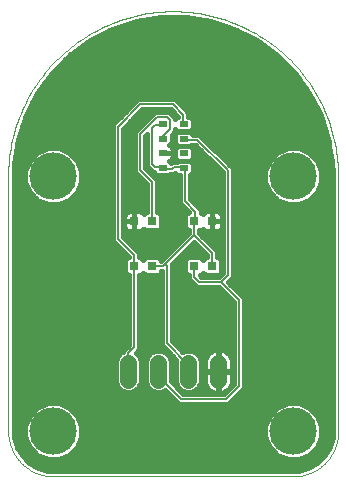
<source format=gtl>
G75*
%MOIN*%
%OFA0B0*%
%FSLAX25Y25*%
%IPPOS*%
%LPD*%
%AMOC8*
5,1,8,0,0,1.08239X$1,22.5*
%
%ADD10R,0.03150X0.01969*%
%ADD11C,0.05543*%
%ADD12C,0.00000*%
%ADD13C,0.15811*%
%ADD14R,0.03150X0.03150*%
%ADD15C,0.00600*%
%ADD16C,0.01600*%
%ADD17C,0.02400*%
D10*
X0058257Y0121722D03*
X0058257Y0126644D03*
X0058257Y0131565D03*
X0058257Y0136486D03*
X0065343Y0136486D03*
X0065343Y0131565D03*
X0065343Y0126644D03*
X0065343Y0121722D03*
D11*
X0066800Y0056778D02*
X0066800Y0051234D01*
X0076800Y0051234D02*
X0076800Y0056778D01*
X0056800Y0056778D02*
X0056800Y0051234D01*
X0046800Y0051234D02*
X0046800Y0056778D01*
D12*
X0021800Y0019006D02*
X0021438Y0019010D01*
X0021075Y0019024D01*
X0020713Y0019045D01*
X0020352Y0019076D01*
X0019992Y0019115D01*
X0019633Y0019163D01*
X0019275Y0019220D01*
X0018918Y0019285D01*
X0018563Y0019359D01*
X0018210Y0019442D01*
X0017859Y0019533D01*
X0017511Y0019632D01*
X0017165Y0019740D01*
X0016821Y0019856D01*
X0016481Y0019981D01*
X0016144Y0020113D01*
X0015810Y0020254D01*
X0015479Y0020403D01*
X0015152Y0020560D01*
X0014829Y0020724D01*
X0014510Y0020896D01*
X0014196Y0021076D01*
X0013885Y0021264D01*
X0013580Y0021459D01*
X0013279Y0021661D01*
X0012983Y0021871D01*
X0012693Y0022087D01*
X0012407Y0022311D01*
X0012127Y0022541D01*
X0011853Y0022778D01*
X0011585Y0023022D01*
X0011322Y0023272D01*
X0011066Y0023528D01*
X0010816Y0023791D01*
X0010572Y0024059D01*
X0010335Y0024333D01*
X0010105Y0024613D01*
X0009881Y0024899D01*
X0009665Y0025189D01*
X0009455Y0025485D01*
X0009253Y0025786D01*
X0009058Y0026091D01*
X0008870Y0026402D01*
X0008690Y0026716D01*
X0008518Y0027035D01*
X0008354Y0027358D01*
X0008197Y0027685D01*
X0008048Y0028016D01*
X0007907Y0028350D01*
X0007775Y0028687D01*
X0007650Y0029027D01*
X0007534Y0029371D01*
X0007426Y0029717D01*
X0007327Y0030065D01*
X0007236Y0030416D01*
X0007153Y0030769D01*
X0007079Y0031124D01*
X0007014Y0031481D01*
X0006957Y0031839D01*
X0006909Y0032198D01*
X0006870Y0032558D01*
X0006839Y0032919D01*
X0006818Y0033281D01*
X0006804Y0033644D01*
X0006800Y0034006D01*
X0006800Y0119006D01*
X0006816Y0120345D01*
X0006865Y0121684D01*
X0006947Y0123021D01*
X0007061Y0124355D01*
X0007207Y0125687D01*
X0007386Y0127014D01*
X0007597Y0128337D01*
X0007841Y0129654D01*
X0008116Y0130965D01*
X0008423Y0132268D01*
X0008762Y0133564D01*
X0009132Y0134851D01*
X0009533Y0136129D01*
X0009966Y0137397D01*
X0010429Y0138654D01*
X0010923Y0139899D01*
X0011447Y0141132D01*
X0012000Y0142351D01*
X0012584Y0143557D01*
X0013196Y0144748D01*
X0013837Y0145924D01*
X0014507Y0147084D01*
X0015205Y0148227D01*
X0015930Y0149353D01*
X0016683Y0150461D01*
X0017462Y0151551D01*
X0018268Y0152621D01*
X0019099Y0153671D01*
X0019956Y0154700D01*
X0020838Y0155709D01*
X0021743Y0156695D01*
X0022673Y0157659D01*
X0023626Y0158601D01*
X0024601Y0159519D01*
X0025599Y0160412D01*
X0026618Y0161282D01*
X0027658Y0162126D01*
X0028718Y0162944D01*
X0029798Y0163737D01*
X0030896Y0164503D01*
X0032014Y0165242D01*
X0033148Y0165954D01*
X0034300Y0166637D01*
X0035468Y0167293D01*
X0036652Y0167920D01*
X0037850Y0168518D01*
X0039063Y0169086D01*
X0040289Y0169625D01*
X0041528Y0170134D01*
X0042779Y0170612D01*
X0044042Y0171060D01*
X0045314Y0171477D01*
X0046597Y0171863D01*
X0047889Y0172218D01*
X0049189Y0172541D01*
X0050496Y0172832D01*
X0051810Y0173091D01*
X0053130Y0173318D01*
X0054455Y0173513D01*
X0055785Y0173676D01*
X0057118Y0173806D01*
X0058453Y0173904D01*
X0059791Y0173969D01*
X0061130Y0174002D01*
X0062470Y0174002D01*
X0063809Y0173969D01*
X0065147Y0173904D01*
X0066482Y0173806D01*
X0067815Y0173676D01*
X0069145Y0173513D01*
X0070470Y0173318D01*
X0071790Y0173091D01*
X0073104Y0172832D01*
X0074411Y0172541D01*
X0075711Y0172218D01*
X0077003Y0171863D01*
X0078286Y0171477D01*
X0079558Y0171060D01*
X0080821Y0170612D01*
X0082072Y0170134D01*
X0083311Y0169625D01*
X0084537Y0169086D01*
X0085750Y0168518D01*
X0086948Y0167920D01*
X0088132Y0167293D01*
X0089300Y0166637D01*
X0090452Y0165954D01*
X0091586Y0165242D01*
X0092704Y0164503D01*
X0093802Y0163737D01*
X0094882Y0162944D01*
X0095942Y0162126D01*
X0096982Y0161282D01*
X0098001Y0160412D01*
X0098999Y0159519D01*
X0099974Y0158601D01*
X0100927Y0157659D01*
X0101857Y0156695D01*
X0102762Y0155709D01*
X0103644Y0154700D01*
X0104501Y0153671D01*
X0105332Y0152621D01*
X0106138Y0151551D01*
X0106917Y0150461D01*
X0107670Y0149353D01*
X0108395Y0148227D01*
X0109093Y0147084D01*
X0109763Y0145924D01*
X0110404Y0144748D01*
X0111016Y0143557D01*
X0111600Y0142351D01*
X0112153Y0141132D01*
X0112677Y0139899D01*
X0113171Y0138654D01*
X0113634Y0137397D01*
X0114067Y0136129D01*
X0114468Y0134851D01*
X0114838Y0133564D01*
X0115177Y0132268D01*
X0115484Y0130965D01*
X0115759Y0129654D01*
X0116003Y0128337D01*
X0116214Y0127014D01*
X0116393Y0125687D01*
X0116539Y0124355D01*
X0116653Y0123021D01*
X0116735Y0121684D01*
X0116784Y0120345D01*
X0116800Y0119006D01*
X0116800Y0034006D01*
X0116796Y0033644D01*
X0116782Y0033281D01*
X0116761Y0032919D01*
X0116730Y0032558D01*
X0116691Y0032198D01*
X0116643Y0031839D01*
X0116586Y0031481D01*
X0116521Y0031124D01*
X0116447Y0030769D01*
X0116364Y0030416D01*
X0116273Y0030065D01*
X0116174Y0029717D01*
X0116066Y0029371D01*
X0115950Y0029027D01*
X0115825Y0028687D01*
X0115693Y0028350D01*
X0115552Y0028016D01*
X0115403Y0027685D01*
X0115246Y0027358D01*
X0115082Y0027035D01*
X0114910Y0026716D01*
X0114730Y0026402D01*
X0114542Y0026091D01*
X0114347Y0025786D01*
X0114145Y0025485D01*
X0113935Y0025189D01*
X0113719Y0024899D01*
X0113495Y0024613D01*
X0113265Y0024333D01*
X0113028Y0024059D01*
X0112784Y0023791D01*
X0112534Y0023528D01*
X0112278Y0023272D01*
X0112015Y0023022D01*
X0111747Y0022778D01*
X0111473Y0022541D01*
X0111193Y0022311D01*
X0110907Y0022087D01*
X0110617Y0021871D01*
X0110321Y0021661D01*
X0110020Y0021459D01*
X0109715Y0021264D01*
X0109404Y0021076D01*
X0109090Y0020896D01*
X0108771Y0020724D01*
X0108448Y0020560D01*
X0108121Y0020403D01*
X0107790Y0020254D01*
X0107456Y0020113D01*
X0107119Y0019981D01*
X0106779Y0019856D01*
X0106435Y0019740D01*
X0106089Y0019632D01*
X0105741Y0019533D01*
X0105390Y0019442D01*
X0105037Y0019359D01*
X0104682Y0019285D01*
X0104325Y0019220D01*
X0103967Y0019163D01*
X0103608Y0019115D01*
X0103248Y0019076D01*
X0102887Y0019045D01*
X0102525Y0019024D01*
X0102162Y0019010D01*
X0101800Y0019006D01*
X0021800Y0019006D01*
D13*
X0021800Y0034006D03*
X0021800Y0119006D03*
X0101800Y0119006D03*
X0101800Y0034006D03*
D14*
X0074753Y0089006D03*
X0068847Y0089006D03*
X0068847Y0104006D03*
X0074753Y0104006D03*
X0054753Y0104006D03*
X0048847Y0104006D03*
X0048847Y0089006D03*
X0054753Y0089006D03*
D15*
X0054800Y0089206D01*
X0058400Y0089206D01*
X0059000Y0089806D01*
X0059600Y0089206D01*
X0059600Y0063406D01*
X0066800Y0056206D01*
X0066800Y0054006D01*
X0064400Y0044806D02*
X0079400Y0044806D01*
X0083600Y0049006D01*
X0083600Y0077806D01*
X0077600Y0083806D01*
X0070400Y0083806D01*
X0068600Y0085606D01*
X0068600Y0088606D01*
X0068847Y0089006D01*
X0074600Y0089206D02*
X0074753Y0089006D01*
X0074600Y0089206D02*
X0074600Y0093406D01*
X0068600Y0099406D01*
X0068600Y0103606D01*
X0068847Y0104006D01*
X0069200Y0104206D01*
X0069200Y0107206D01*
X0065600Y0110806D01*
X0065600Y0121606D01*
X0065343Y0121722D01*
X0065000Y0122206D01*
X0062000Y0122206D01*
X0061400Y0121606D01*
X0058400Y0121606D01*
X0058257Y0121722D01*
X0057800Y0122006D01*
X0055800Y0122006D01*
X0054800Y0123006D01*
X0054800Y0135006D01*
X0055800Y0136006D01*
X0056800Y0136006D01*
X0057600Y0136606D01*
X0057800Y0136606D01*
X0058257Y0136486D01*
X0059800Y0138806D02*
X0060800Y0137806D01*
X0060800Y0134806D01*
X0058400Y0132406D01*
X0059000Y0131806D01*
X0058400Y0131206D01*
X0058257Y0131565D01*
X0059800Y0138806D02*
X0056400Y0138806D01*
X0050800Y0133206D01*
X0050800Y0121006D01*
X0054800Y0117006D01*
X0054800Y0104206D01*
X0054753Y0104006D01*
X0048800Y0092806D02*
X0048800Y0089206D01*
X0048847Y0089006D01*
X0048800Y0088606D01*
X0048800Y0062006D01*
X0046800Y0060006D01*
X0046800Y0054006D01*
X0056800Y0054006D02*
X0057200Y0053806D01*
X0057200Y0052006D01*
X0064400Y0044806D01*
X0077600Y0083806D02*
X0080000Y0086206D01*
X0080000Y0121006D01*
X0069800Y0131206D01*
X0065600Y0131206D01*
X0065343Y0131565D01*
X0065343Y0136486D02*
X0065000Y0136606D01*
X0065000Y0139606D01*
X0061600Y0143006D01*
X0050800Y0143006D01*
X0043400Y0135606D01*
X0043400Y0098206D01*
X0048800Y0092806D01*
X0059000Y0089806D02*
X0068600Y0099406D01*
D16*
X0011328Y0025970D02*
X0013764Y0023534D01*
X0016749Y0021811D01*
X0016749Y0021811D01*
X0020077Y0020919D01*
X0021800Y0020806D01*
X0101800Y0020806D01*
X0103523Y0020919D01*
X0106851Y0021811D01*
X0109836Y0023534D01*
X0112272Y0025970D01*
X0113995Y0028954D01*
X0114887Y0032283D01*
X0115000Y0034006D01*
X0115000Y0119006D01*
X0114836Y0123180D01*
X0113530Y0131425D01*
X0110950Y0139365D01*
X0107160Y0146803D01*
X0102254Y0153557D01*
X0096351Y0159459D01*
X0089597Y0164366D01*
X0082159Y0168156D01*
X0074219Y0170736D01*
X0065974Y0172042D01*
X0057626Y0172042D01*
X0049381Y0170736D01*
X0041441Y0168156D01*
X0034003Y0164366D01*
X0027249Y0159459D01*
X0021346Y0153557D01*
X0016440Y0146803D01*
X0012650Y0139365D01*
X0010070Y0131425D01*
X0008764Y0123180D01*
X0008600Y0119006D01*
X0008600Y0034006D01*
X0008713Y0032283D01*
X0009605Y0028954D01*
X0011328Y0025970D01*
X0011898Y0025400D02*
X0018260Y0025400D01*
X0019949Y0024700D02*
X0016529Y0026117D01*
X0013911Y0028735D01*
X0012494Y0032155D01*
X0012494Y0035857D01*
X0013911Y0039277D01*
X0016529Y0041895D01*
X0019949Y0043311D01*
X0023651Y0043311D01*
X0027071Y0041895D01*
X0029689Y0039277D01*
X0031105Y0035857D01*
X0031105Y0032155D01*
X0029689Y0028735D01*
X0027071Y0026117D01*
X0023651Y0024700D01*
X0019949Y0024700D01*
X0016069Y0022203D02*
X0107531Y0022203D01*
X0105340Y0025400D02*
X0111702Y0025400D01*
X0112866Y0026998D02*
X0107953Y0026998D01*
X0107071Y0026117D02*
X0109689Y0028735D01*
X0111105Y0032155D01*
X0111105Y0035857D01*
X0109689Y0039277D01*
X0107071Y0041895D01*
X0103651Y0043311D01*
X0099949Y0043311D01*
X0096529Y0041895D01*
X0093911Y0039277D01*
X0092494Y0035857D01*
X0092494Y0032155D01*
X0093911Y0028735D01*
X0096529Y0026117D01*
X0099949Y0024700D01*
X0103651Y0024700D01*
X0107071Y0026117D01*
X0109551Y0028597D02*
X0113789Y0028597D01*
X0114328Y0030195D02*
X0110294Y0030195D01*
X0110956Y0031794D02*
X0114756Y0031794D01*
X0114960Y0033393D02*
X0111105Y0033393D01*
X0111105Y0034991D02*
X0115000Y0034991D01*
X0115000Y0036590D02*
X0110802Y0036590D01*
X0110140Y0038188D02*
X0115000Y0038188D01*
X0115000Y0039787D02*
X0109179Y0039787D01*
X0107581Y0041385D02*
X0115000Y0041385D01*
X0115000Y0042984D02*
X0104442Y0042984D01*
X0099158Y0042984D02*
X0024442Y0042984D01*
X0027581Y0041385D02*
X0096019Y0041385D01*
X0094421Y0039787D02*
X0029179Y0039787D01*
X0030140Y0038188D02*
X0093460Y0038188D01*
X0092798Y0036590D02*
X0030802Y0036590D01*
X0031105Y0034991D02*
X0092494Y0034991D01*
X0092494Y0033393D02*
X0031105Y0033393D01*
X0030956Y0031794D02*
X0092644Y0031794D01*
X0093306Y0030195D02*
X0030294Y0030195D01*
X0029551Y0028597D02*
X0094049Y0028597D01*
X0095647Y0026998D02*
X0027953Y0026998D01*
X0025340Y0025400D02*
X0098260Y0025400D01*
X0110103Y0023801D02*
X0013497Y0023801D01*
X0015647Y0026998D02*
X0010734Y0026998D01*
X0009811Y0028597D02*
X0014049Y0028597D01*
X0013306Y0030195D02*
X0009272Y0030195D01*
X0008844Y0031794D02*
X0012644Y0031794D01*
X0012494Y0033393D02*
X0008640Y0033393D01*
X0008600Y0034991D02*
X0012494Y0034991D01*
X0012798Y0036590D02*
X0008600Y0036590D01*
X0008600Y0038188D02*
X0013460Y0038188D01*
X0014421Y0039787D02*
X0008600Y0039787D01*
X0008600Y0041385D02*
X0016019Y0041385D01*
X0019158Y0042984D02*
X0008600Y0042984D01*
X0008600Y0044582D02*
X0062220Y0044582D01*
X0062700Y0044102D02*
X0063696Y0043106D01*
X0080104Y0043106D01*
X0081100Y0044102D01*
X0084304Y0047306D01*
X0084304Y0047306D01*
X0085300Y0048302D01*
X0085300Y0078510D01*
X0080004Y0083806D01*
X0081700Y0085502D01*
X0081700Y0121710D01*
X0080704Y0122706D01*
X0070504Y0132906D01*
X0068318Y0132906D01*
X0068318Y0133129D01*
X0067498Y0133949D01*
X0063189Y0133949D01*
X0062369Y0133129D01*
X0062369Y0130001D01*
X0063189Y0129181D01*
X0067498Y0129181D01*
X0067823Y0129506D01*
X0069096Y0129506D01*
X0078300Y0120302D01*
X0078300Y0086910D01*
X0076896Y0085506D01*
X0071104Y0085506D01*
X0070579Y0086031D01*
X0071002Y0086031D01*
X0071800Y0086829D01*
X0072598Y0086031D01*
X0076907Y0086031D01*
X0077728Y0086851D01*
X0077728Y0091161D01*
X0076907Y0091981D01*
X0076300Y0091981D01*
X0076300Y0094110D01*
X0070300Y0100110D01*
X0070300Y0101031D01*
X0071002Y0101031D01*
X0071576Y0101605D01*
X0071738Y0101326D01*
X0072073Y0100991D01*
X0072483Y0100754D01*
X0072941Y0100631D01*
X0074753Y0100631D01*
X0076565Y0100631D01*
X0077022Y0100754D01*
X0077433Y0100991D01*
X0077768Y0101326D01*
X0078005Y0101736D01*
X0078128Y0102194D01*
X0078128Y0104006D01*
X0078128Y0105818D01*
X0078005Y0106275D01*
X0077768Y0106686D01*
X0077433Y0107021D01*
X0077022Y0107258D01*
X0076565Y0107381D01*
X0074753Y0107381D01*
X0074753Y0104006D01*
X0078128Y0104006D01*
X0074753Y0104006D01*
X0074753Y0104006D01*
X0074753Y0104006D01*
X0074753Y0100631D01*
X0074753Y0104006D01*
X0074753Y0104006D01*
X0074753Y0107381D01*
X0072941Y0107381D01*
X0072483Y0107258D01*
X0072073Y0107021D01*
X0071738Y0106686D01*
X0071576Y0106406D01*
X0071002Y0106981D01*
X0070900Y0106981D01*
X0070900Y0107910D01*
X0069904Y0108906D01*
X0067300Y0111510D01*
X0067300Y0119338D01*
X0067498Y0119338D01*
X0068318Y0120158D01*
X0068318Y0123287D01*
X0067498Y0124107D01*
X0063189Y0124107D01*
X0062988Y0123906D01*
X0061296Y0123906D01*
X0060954Y0123564D01*
X0060532Y0123986D01*
X0060937Y0124219D01*
X0061272Y0124554D01*
X0061509Y0124965D01*
X0061631Y0125422D01*
X0061631Y0126644D01*
X0061631Y0127865D01*
X0061509Y0128323D01*
X0061272Y0128733D01*
X0060937Y0129068D01*
X0060532Y0129302D01*
X0061231Y0130001D01*
X0061231Y0132833D01*
X0062500Y0134102D01*
X0062500Y0134791D01*
X0063189Y0134102D01*
X0067498Y0134102D01*
X0068318Y0134922D01*
X0068318Y0138050D01*
X0067498Y0138870D01*
X0066700Y0138870D01*
X0066700Y0140310D01*
X0063300Y0143710D01*
X0062304Y0144706D01*
X0050096Y0144706D01*
X0042696Y0137306D01*
X0041700Y0136310D01*
X0041700Y0097502D01*
X0047100Y0092102D01*
X0047100Y0091981D01*
X0046693Y0091981D01*
X0045872Y0091161D01*
X0045872Y0086851D01*
X0046693Y0086031D01*
X0047100Y0086031D01*
X0047100Y0062710D01*
X0046096Y0061706D01*
X0045100Y0060710D01*
X0045100Y0060589D01*
X0044437Y0060314D01*
X0043263Y0059141D01*
X0042628Y0057607D01*
X0042628Y0050404D01*
X0043263Y0048871D01*
X0044437Y0047698D01*
X0045970Y0047063D01*
X0047630Y0047063D01*
X0049163Y0047698D01*
X0050337Y0048871D01*
X0050972Y0050404D01*
X0050972Y0057607D01*
X0050337Y0059141D01*
X0049338Y0060139D01*
X0050500Y0061302D01*
X0050500Y0086031D01*
X0051002Y0086031D01*
X0051800Y0086829D01*
X0052598Y0086031D01*
X0056907Y0086031D01*
X0057728Y0086851D01*
X0057728Y0087506D01*
X0057900Y0087506D01*
X0057900Y0062702D01*
X0058896Y0061706D01*
X0062736Y0057866D01*
X0062628Y0057607D01*
X0062628Y0050404D01*
X0063263Y0048871D01*
X0064437Y0047698D01*
X0065970Y0047063D01*
X0067630Y0047063D01*
X0069163Y0047698D01*
X0070337Y0048871D01*
X0070972Y0050404D01*
X0070972Y0057607D01*
X0070337Y0059141D01*
X0069163Y0060314D01*
X0067630Y0060949D01*
X0065970Y0060949D01*
X0064903Y0060507D01*
X0061300Y0064110D01*
X0061300Y0089702D01*
X0068600Y0097002D01*
X0072900Y0092702D01*
X0072900Y0091981D01*
X0072598Y0091981D01*
X0071800Y0091183D01*
X0071002Y0091981D01*
X0066693Y0091981D01*
X0065872Y0091161D01*
X0065872Y0086851D01*
X0066693Y0086031D01*
X0066900Y0086031D01*
X0066900Y0084902D01*
X0067896Y0083906D01*
X0069696Y0082106D01*
X0076896Y0082106D01*
X0081900Y0077102D01*
X0081900Y0049710D01*
X0078696Y0046506D01*
X0065104Y0046506D01*
X0060972Y0050638D01*
X0060972Y0057607D01*
X0060337Y0059141D01*
X0059163Y0060314D01*
X0057630Y0060949D01*
X0055970Y0060949D01*
X0054437Y0060314D01*
X0053263Y0059141D01*
X0052628Y0057607D01*
X0052628Y0050404D01*
X0053263Y0048871D01*
X0054437Y0047698D01*
X0055970Y0047063D01*
X0057630Y0047063D01*
X0059121Y0047680D01*
X0062700Y0044102D01*
X0060621Y0046181D02*
X0008600Y0046181D01*
X0008600Y0047779D02*
X0044356Y0047779D01*
X0043054Y0049378D02*
X0008600Y0049378D01*
X0008600Y0050976D02*
X0042628Y0050976D01*
X0042628Y0052575D02*
X0008600Y0052575D01*
X0008600Y0054173D02*
X0042628Y0054173D01*
X0042628Y0055772D02*
X0008600Y0055772D01*
X0008600Y0057370D02*
X0042628Y0057370D01*
X0043192Y0058969D02*
X0008600Y0058969D01*
X0008600Y0060567D02*
X0045048Y0060567D01*
X0046556Y0062166D02*
X0008600Y0062166D01*
X0008600Y0063764D02*
X0047100Y0063764D01*
X0047100Y0065363D02*
X0008600Y0065363D01*
X0008600Y0066961D02*
X0047100Y0066961D01*
X0047100Y0068560D02*
X0008600Y0068560D01*
X0008600Y0070158D02*
X0047100Y0070158D01*
X0047100Y0071757D02*
X0008600Y0071757D01*
X0008600Y0073355D02*
X0047100Y0073355D01*
X0047100Y0074954D02*
X0008600Y0074954D01*
X0008600Y0076552D02*
X0047100Y0076552D01*
X0047100Y0078151D02*
X0008600Y0078151D01*
X0008600Y0079749D02*
X0047100Y0079749D01*
X0047100Y0081348D02*
X0008600Y0081348D01*
X0008600Y0082946D02*
X0047100Y0082946D01*
X0047100Y0084545D02*
X0008600Y0084545D01*
X0008600Y0086143D02*
X0046580Y0086143D01*
X0045872Y0087742D02*
X0008600Y0087742D01*
X0008600Y0089340D02*
X0045872Y0089340D01*
X0045872Y0090939D02*
X0008600Y0090939D01*
X0008600Y0092537D02*
X0046664Y0092537D01*
X0045066Y0094136D02*
X0008600Y0094136D01*
X0008600Y0095734D02*
X0043467Y0095734D01*
X0041869Y0097333D02*
X0008600Y0097333D01*
X0008600Y0098931D02*
X0041700Y0098931D01*
X0041700Y0100530D02*
X0008600Y0100530D01*
X0008600Y0102128D02*
X0041700Y0102128D01*
X0041700Y0103727D02*
X0008600Y0103727D01*
X0008600Y0105326D02*
X0041700Y0105326D01*
X0041700Y0106924D02*
X0008600Y0106924D01*
X0008600Y0108523D02*
X0041700Y0108523D01*
X0041700Y0110121D02*
X0024667Y0110121D01*
X0023651Y0109700D02*
X0027071Y0111117D01*
X0029689Y0113735D01*
X0031105Y0117155D01*
X0031105Y0120857D01*
X0029689Y0124277D01*
X0027071Y0126895D01*
X0023651Y0128311D01*
X0019949Y0128311D01*
X0016529Y0126895D01*
X0013911Y0124277D01*
X0012494Y0120857D01*
X0012494Y0117155D01*
X0013911Y0113735D01*
X0016529Y0111117D01*
X0019949Y0109700D01*
X0023651Y0109700D01*
X0027674Y0111720D02*
X0041700Y0111720D01*
X0041700Y0113318D02*
X0029272Y0113318D01*
X0030178Y0114917D02*
X0041700Y0114917D01*
X0041700Y0116515D02*
X0030840Y0116515D01*
X0031105Y0118114D02*
X0041700Y0118114D01*
X0041700Y0119712D02*
X0031105Y0119712D01*
X0030918Y0121311D02*
X0041700Y0121311D01*
X0041700Y0122909D02*
X0030255Y0122909D01*
X0029458Y0124508D02*
X0041700Y0124508D01*
X0041700Y0126106D02*
X0027860Y0126106D01*
X0025116Y0127705D02*
X0041700Y0127705D01*
X0041700Y0129303D02*
X0009734Y0129303D01*
X0009481Y0127705D02*
X0018484Y0127705D01*
X0015740Y0126106D02*
X0009227Y0126106D01*
X0008974Y0124508D02*
X0014142Y0124508D01*
X0013345Y0122909D02*
X0008753Y0122909D01*
X0008691Y0121311D02*
X0012682Y0121311D01*
X0012494Y0119712D02*
X0008628Y0119712D01*
X0008600Y0118114D02*
X0012494Y0118114D01*
X0012759Y0116515D02*
X0008600Y0116515D01*
X0008600Y0114917D02*
X0013422Y0114917D01*
X0014328Y0113318D02*
X0008600Y0113318D01*
X0008600Y0111720D02*
X0015926Y0111720D01*
X0018933Y0110121D02*
X0008600Y0110121D01*
X0009987Y0130902D02*
X0041700Y0130902D01*
X0041700Y0132500D02*
X0010419Y0132500D01*
X0010939Y0134099D02*
X0041700Y0134099D01*
X0041700Y0135697D02*
X0011458Y0135697D01*
X0011977Y0137296D02*
X0042686Y0137296D01*
X0044284Y0138894D02*
X0012497Y0138894D01*
X0013224Y0140493D02*
X0045883Y0140493D01*
X0047481Y0142091D02*
X0014039Y0142091D01*
X0014853Y0143690D02*
X0049080Y0143690D01*
X0051504Y0141306D02*
X0060896Y0141306D01*
X0063300Y0138902D01*
X0063300Y0138870D01*
X0063189Y0138870D01*
X0062500Y0138182D01*
X0062500Y0138510D01*
X0061504Y0139506D01*
X0060504Y0140506D01*
X0055696Y0140506D01*
X0054700Y0139510D01*
X0049100Y0133910D01*
X0049100Y0120302D01*
X0050096Y0119306D01*
X0053100Y0116302D01*
X0053100Y0106981D01*
X0052598Y0106981D01*
X0052024Y0106406D01*
X0051862Y0106686D01*
X0051527Y0107021D01*
X0051117Y0107258D01*
X0050659Y0107381D01*
X0048847Y0107381D01*
X0047035Y0107381D01*
X0046578Y0107258D01*
X0046167Y0107021D01*
X0045832Y0106686D01*
X0045595Y0106275D01*
X0045472Y0105818D01*
X0045472Y0104006D01*
X0048847Y0104006D01*
X0048847Y0104006D01*
X0048847Y0107381D01*
X0048847Y0104006D01*
X0048847Y0104006D01*
X0045472Y0104006D01*
X0045472Y0102194D01*
X0045595Y0101736D01*
X0045832Y0101326D01*
X0046167Y0100991D01*
X0046578Y0100754D01*
X0047035Y0100631D01*
X0048847Y0100631D01*
X0048847Y0104006D01*
X0048847Y0104006D01*
X0048847Y0100631D01*
X0050659Y0100631D01*
X0051117Y0100754D01*
X0051527Y0100991D01*
X0051862Y0101326D01*
X0052024Y0101605D01*
X0052598Y0101031D01*
X0056907Y0101031D01*
X0057728Y0101851D01*
X0057728Y0106161D01*
X0056907Y0106981D01*
X0056500Y0106981D01*
X0056500Y0117710D01*
X0052500Y0121710D01*
X0052500Y0132502D01*
X0053100Y0133102D01*
X0053100Y0122302D01*
X0054100Y0121302D01*
X0055096Y0120306D01*
X0055282Y0120306D01*
X0055282Y0120158D01*
X0056102Y0119338D01*
X0060411Y0119338D01*
X0060979Y0119906D01*
X0062104Y0119906D01*
X0062369Y0120170D01*
X0062369Y0120158D01*
X0063189Y0119338D01*
X0063900Y0119338D01*
X0063900Y0110102D01*
X0067021Y0106981D01*
X0066693Y0106981D01*
X0065872Y0106161D01*
X0065872Y0101851D01*
X0066693Y0101031D01*
X0066900Y0101031D01*
X0066900Y0100110D01*
X0058296Y0091506D01*
X0058296Y0091506D01*
X0057728Y0090938D01*
X0057728Y0091161D01*
X0056907Y0091981D01*
X0052598Y0091981D01*
X0051800Y0091183D01*
X0051002Y0091981D01*
X0050500Y0091981D01*
X0050500Y0093510D01*
X0049504Y0094506D01*
X0045100Y0098910D01*
X0045100Y0134902D01*
X0051504Y0141306D01*
X0050691Y0140493D02*
X0055683Y0140493D01*
X0054084Y0138894D02*
X0049093Y0138894D01*
X0047494Y0137296D02*
X0052486Y0137296D01*
X0050887Y0135697D02*
X0045895Y0135697D01*
X0045100Y0134099D02*
X0049289Y0134099D01*
X0049100Y0132500D02*
X0045100Y0132500D01*
X0045100Y0130902D02*
X0049100Y0130902D01*
X0049100Y0129303D02*
X0045100Y0129303D01*
X0045100Y0127705D02*
X0049100Y0127705D01*
X0049100Y0126106D02*
X0045100Y0126106D01*
X0045100Y0124508D02*
X0049100Y0124508D01*
X0049100Y0122909D02*
X0045100Y0122909D01*
X0045100Y0121311D02*
X0049100Y0121311D01*
X0049690Y0119712D02*
X0045100Y0119712D01*
X0045100Y0118114D02*
X0051288Y0118114D01*
X0050096Y0119306D02*
X0050096Y0119306D01*
X0052899Y0121311D02*
X0054091Y0121311D01*
X0054498Y0119712D02*
X0055728Y0119712D01*
X0056096Y0118114D02*
X0063900Y0118114D01*
X0063900Y0116515D02*
X0056500Y0116515D01*
X0056500Y0114917D02*
X0063900Y0114917D01*
X0063900Y0113318D02*
X0056500Y0113318D01*
X0056500Y0111720D02*
X0063900Y0111720D01*
X0063900Y0110121D02*
X0056500Y0110121D01*
X0056500Y0108523D02*
X0065479Y0108523D01*
X0066636Y0106924D02*
X0056964Y0106924D01*
X0057728Y0105326D02*
X0065872Y0105326D01*
X0065872Y0103727D02*
X0057728Y0103727D01*
X0057728Y0102128D02*
X0065872Y0102128D01*
X0066900Y0100530D02*
X0045100Y0100530D01*
X0045100Y0102128D02*
X0045490Y0102128D01*
X0045472Y0103727D02*
X0045100Y0103727D01*
X0045100Y0105326D02*
X0045472Y0105326D01*
X0045100Y0106924D02*
X0046070Y0106924D01*
X0045100Y0108523D02*
X0053100Y0108523D01*
X0053100Y0110121D02*
X0045100Y0110121D01*
X0045100Y0111720D02*
X0053100Y0111720D01*
X0053100Y0113318D02*
X0045100Y0113318D01*
X0045100Y0114917D02*
X0053100Y0114917D01*
X0052887Y0116515D02*
X0045100Y0116515D01*
X0048847Y0106924D02*
X0048847Y0106924D01*
X0048847Y0105326D02*
X0048847Y0105326D01*
X0048847Y0103727D02*
X0048847Y0103727D01*
X0048847Y0102128D02*
X0048847Y0102128D01*
X0045100Y0098931D02*
X0065721Y0098931D01*
X0064123Y0097333D02*
X0046677Y0097333D01*
X0048276Y0095734D02*
X0062524Y0095734D01*
X0060926Y0094136D02*
X0049874Y0094136D01*
X0050500Y0092537D02*
X0059327Y0092537D01*
X0057729Y0090939D02*
X0057728Y0090939D01*
X0061300Y0089340D02*
X0065872Y0089340D01*
X0065872Y0087742D02*
X0061300Y0087742D01*
X0061300Y0086143D02*
X0066580Y0086143D01*
X0067257Y0084545D02*
X0061300Y0084545D01*
X0061300Y0082946D02*
X0068855Y0082946D01*
X0071114Y0086143D02*
X0072486Y0086143D01*
X0077020Y0086143D02*
X0077533Y0086143D01*
X0077728Y0087742D02*
X0078300Y0087742D01*
X0078300Y0089340D02*
X0077728Y0089340D01*
X0077728Y0090939D02*
X0078300Y0090939D01*
X0078300Y0092537D02*
X0076300Y0092537D01*
X0076274Y0094136D02*
X0078300Y0094136D01*
X0078300Y0095734D02*
X0074676Y0095734D01*
X0073077Y0097333D02*
X0078300Y0097333D01*
X0078300Y0098931D02*
X0071479Y0098931D01*
X0070300Y0100530D02*
X0078300Y0100530D01*
X0078300Y0102128D02*
X0078110Y0102128D01*
X0078128Y0103727D02*
X0078300Y0103727D01*
X0078300Y0105326D02*
X0078128Y0105326D01*
X0078300Y0106924D02*
X0077530Y0106924D01*
X0078300Y0108523D02*
X0070288Y0108523D01*
X0071059Y0106924D02*
X0071976Y0106924D01*
X0074753Y0106924D02*
X0074753Y0106924D01*
X0074753Y0105326D02*
X0074753Y0105326D01*
X0074753Y0103727D02*
X0074753Y0103727D01*
X0074753Y0102128D02*
X0074753Y0102128D01*
X0069867Y0095734D02*
X0067333Y0095734D01*
X0065734Y0094136D02*
X0071466Y0094136D01*
X0072900Y0092537D02*
X0064136Y0092537D01*
X0062537Y0090939D02*
X0065872Y0090939D01*
X0061300Y0081348D02*
X0077654Y0081348D01*
X0079252Y0079749D02*
X0061300Y0079749D01*
X0061300Y0078151D02*
X0080851Y0078151D01*
X0081900Y0076552D02*
X0061300Y0076552D01*
X0061300Y0074954D02*
X0081900Y0074954D01*
X0081900Y0073355D02*
X0061300Y0073355D01*
X0061300Y0071757D02*
X0081900Y0071757D01*
X0081900Y0070158D02*
X0061300Y0070158D01*
X0061300Y0068560D02*
X0081900Y0068560D01*
X0081900Y0066961D02*
X0061300Y0066961D01*
X0061300Y0065363D02*
X0081900Y0065363D01*
X0081900Y0063764D02*
X0061646Y0063764D01*
X0063244Y0062166D02*
X0081900Y0062166D01*
X0081900Y0060567D02*
X0079362Y0060567D01*
X0079196Y0060688D02*
X0078555Y0061014D01*
X0077871Y0061237D01*
X0077160Y0061349D01*
X0076886Y0061349D01*
X0076886Y0054092D01*
X0076714Y0054092D01*
X0076714Y0061349D01*
X0076440Y0061349D01*
X0075729Y0061237D01*
X0075045Y0061014D01*
X0074404Y0060688D01*
X0073822Y0060265D01*
X0073313Y0059756D01*
X0072890Y0059174D01*
X0072563Y0058532D01*
X0072341Y0057848D01*
X0072228Y0057137D01*
X0072228Y0054092D01*
X0076714Y0054092D01*
X0076714Y0053920D01*
X0072228Y0053920D01*
X0072228Y0050874D01*
X0072341Y0050164D01*
X0072563Y0049479D01*
X0072890Y0048838D01*
X0073313Y0048256D01*
X0073822Y0047747D01*
X0074404Y0047324D01*
X0075045Y0046998D01*
X0075729Y0046775D01*
X0076440Y0046663D01*
X0076714Y0046663D01*
X0076714Y0053920D01*
X0076886Y0053920D01*
X0076886Y0054092D01*
X0081372Y0054092D01*
X0081372Y0057137D01*
X0081259Y0057848D01*
X0081037Y0058532D01*
X0080710Y0059174D01*
X0080287Y0059756D01*
X0079778Y0060265D01*
X0079196Y0060688D01*
X0080814Y0058969D02*
X0081900Y0058969D01*
X0081900Y0057370D02*
X0081335Y0057370D01*
X0081372Y0055772D02*
X0081900Y0055772D01*
X0081900Y0054173D02*
X0081372Y0054173D01*
X0081372Y0053920D02*
X0076886Y0053920D01*
X0076886Y0046663D01*
X0077160Y0046663D01*
X0077871Y0046775D01*
X0078555Y0046998D01*
X0079196Y0047324D01*
X0079778Y0047747D01*
X0080287Y0048256D01*
X0080710Y0048838D01*
X0081037Y0049479D01*
X0081259Y0050164D01*
X0081372Y0050874D01*
X0081372Y0053920D01*
X0081372Y0052575D02*
X0081900Y0052575D01*
X0081900Y0050976D02*
X0081372Y0050976D01*
X0081568Y0049378D02*
X0080985Y0049378D01*
X0079969Y0047779D02*
X0079810Y0047779D01*
X0076886Y0047779D02*
X0076714Y0047779D01*
X0076714Y0049378D02*
X0076886Y0049378D01*
X0076886Y0050976D02*
X0076714Y0050976D01*
X0076714Y0052575D02*
X0076886Y0052575D01*
X0076886Y0054173D02*
X0076714Y0054173D01*
X0076714Y0055772D02*
X0076886Y0055772D01*
X0076886Y0057370D02*
X0076714Y0057370D01*
X0076714Y0058969D02*
X0076886Y0058969D01*
X0076886Y0060567D02*
X0076714Y0060567D01*
X0074238Y0060567D02*
X0068552Y0060567D01*
X0070408Y0058969D02*
X0072786Y0058969D01*
X0072265Y0057370D02*
X0070972Y0057370D01*
X0070972Y0055772D02*
X0072228Y0055772D01*
X0072228Y0054173D02*
X0070972Y0054173D01*
X0070972Y0052575D02*
X0072228Y0052575D01*
X0072228Y0050976D02*
X0070972Y0050976D01*
X0070546Y0049378D02*
X0072615Y0049378D01*
X0073790Y0047779D02*
X0069244Y0047779D01*
X0064356Y0047779D02*
X0063831Y0047779D01*
X0063054Y0049378D02*
X0062232Y0049378D01*
X0062628Y0050976D02*
X0060972Y0050976D01*
X0060972Y0052575D02*
X0062628Y0052575D01*
X0062628Y0054173D02*
X0060972Y0054173D01*
X0060972Y0055772D02*
X0062628Y0055772D01*
X0062628Y0057370D02*
X0060972Y0057370D01*
X0060408Y0058969D02*
X0061633Y0058969D01*
X0060035Y0060567D02*
X0058552Y0060567D01*
X0058436Y0062166D02*
X0050500Y0062166D01*
X0050500Y0063764D02*
X0057900Y0063764D01*
X0057900Y0065363D02*
X0050500Y0065363D01*
X0050500Y0066961D02*
X0057900Y0066961D01*
X0057900Y0068560D02*
X0050500Y0068560D01*
X0050500Y0070158D02*
X0057900Y0070158D01*
X0057900Y0071757D02*
X0050500Y0071757D01*
X0050500Y0073355D02*
X0057900Y0073355D01*
X0057900Y0074954D02*
X0050500Y0074954D01*
X0050500Y0076552D02*
X0057900Y0076552D01*
X0057900Y0078151D02*
X0050500Y0078151D01*
X0050500Y0079749D02*
X0057900Y0079749D01*
X0057900Y0081348D02*
X0050500Y0081348D01*
X0050500Y0082946D02*
X0057900Y0082946D01*
X0057900Y0084545D02*
X0050500Y0084545D01*
X0051114Y0086143D02*
X0052486Y0086143D01*
X0057020Y0086143D02*
X0057900Y0086143D01*
X0052541Y0106924D02*
X0051624Y0106924D01*
X0060785Y0119712D02*
X0062815Y0119712D01*
X0063189Y0124259D02*
X0067498Y0124259D01*
X0068318Y0125080D01*
X0068318Y0128208D01*
X0067498Y0129028D01*
X0063189Y0129028D01*
X0062369Y0128208D01*
X0062369Y0125080D01*
X0063189Y0124259D01*
X0062940Y0124508D02*
X0061225Y0124508D01*
X0061631Y0126106D02*
X0062369Y0126106D01*
X0061631Y0126644D02*
X0058257Y0126644D01*
X0061631Y0126644D01*
X0061631Y0127705D02*
X0062369Y0127705D01*
X0063066Y0129303D02*
X0060534Y0129303D01*
X0061231Y0130902D02*
X0062369Y0130902D01*
X0062369Y0132500D02*
X0061231Y0132500D01*
X0062497Y0134099D02*
X0112661Y0134099D01*
X0112142Y0135697D02*
X0068318Y0135697D01*
X0068318Y0137296D02*
X0111623Y0137296D01*
X0111103Y0138894D02*
X0066700Y0138894D01*
X0066517Y0140493D02*
X0110376Y0140493D01*
X0109561Y0142091D02*
X0064919Y0142091D01*
X0063320Y0143690D02*
X0108747Y0143690D01*
X0107932Y0145288D02*
X0015668Y0145288D01*
X0016501Y0146887D02*
X0107099Y0146887D01*
X0105938Y0148485D02*
X0017662Y0148485D01*
X0018823Y0150084D02*
X0104777Y0150084D01*
X0103615Y0151682D02*
X0019985Y0151682D01*
X0021146Y0153281D02*
X0102454Y0153281D01*
X0100931Y0154879D02*
X0022669Y0154879D01*
X0024268Y0156478D02*
X0099332Y0156478D01*
X0097734Y0158076D02*
X0025866Y0158076D01*
X0027546Y0159675D02*
X0096054Y0159675D01*
X0093854Y0161273D02*
X0029746Y0161273D01*
X0031946Y0162872D02*
X0091654Y0162872D01*
X0089393Y0164470D02*
X0034207Y0164470D01*
X0037345Y0166069D02*
X0086255Y0166069D01*
X0083118Y0167667D02*
X0040482Y0167667D01*
X0044856Y0169266D02*
X0078744Y0169266D01*
X0073408Y0170864D02*
X0050192Y0170864D01*
X0060517Y0140493D02*
X0061709Y0140493D01*
X0062116Y0138894D02*
X0063300Y0138894D01*
X0067620Y0129303D02*
X0069299Y0129303D01*
X0068318Y0127705D02*
X0070897Y0127705D01*
X0072496Y0126106D02*
X0068318Y0126106D01*
X0067746Y0124508D02*
X0074094Y0124508D01*
X0075693Y0122909D02*
X0068318Y0122909D01*
X0068318Y0121311D02*
X0077291Y0121311D01*
X0078300Y0119712D02*
X0067872Y0119712D01*
X0067300Y0118114D02*
X0078300Y0118114D01*
X0078300Y0116515D02*
X0067300Y0116515D01*
X0067300Y0114917D02*
X0078300Y0114917D01*
X0078300Y0113318D02*
X0067300Y0113318D01*
X0067300Y0111720D02*
X0078300Y0111720D01*
X0078300Y0110121D02*
X0068689Y0110121D01*
X0078902Y0124508D02*
X0094142Y0124508D01*
X0093911Y0124277D02*
X0092494Y0120857D01*
X0092494Y0117155D01*
X0093911Y0113735D01*
X0096529Y0111117D01*
X0099949Y0109700D01*
X0103651Y0109700D01*
X0107071Y0111117D01*
X0109689Y0113735D01*
X0111105Y0117155D01*
X0111105Y0120857D01*
X0109689Y0124277D01*
X0107071Y0126895D01*
X0103651Y0128311D01*
X0099949Y0128311D01*
X0096529Y0126895D01*
X0093911Y0124277D01*
X0093345Y0122909D02*
X0080501Y0122909D01*
X0081700Y0121311D02*
X0092682Y0121311D01*
X0092494Y0119712D02*
X0081700Y0119712D01*
X0081700Y0118114D02*
X0092494Y0118114D01*
X0092759Y0116515D02*
X0081700Y0116515D01*
X0081700Y0114917D02*
X0093422Y0114917D01*
X0094328Y0113318D02*
X0081700Y0113318D01*
X0081700Y0111720D02*
X0095926Y0111720D01*
X0098933Y0110121D02*
X0081700Y0110121D01*
X0081700Y0108523D02*
X0115000Y0108523D01*
X0115000Y0110121D02*
X0104667Y0110121D01*
X0107674Y0111720D02*
X0115000Y0111720D01*
X0115000Y0113318D02*
X0109272Y0113318D01*
X0110178Y0114917D02*
X0115000Y0114917D01*
X0115000Y0116515D02*
X0110840Y0116515D01*
X0111105Y0118114D02*
X0115000Y0118114D01*
X0114972Y0119712D02*
X0111105Y0119712D01*
X0110918Y0121311D02*
X0114909Y0121311D01*
X0114847Y0122909D02*
X0110255Y0122909D01*
X0109458Y0124508D02*
X0114626Y0124508D01*
X0114373Y0126106D02*
X0107860Y0126106D01*
X0105116Y0127705D02*
X0114119Y0127705D01*
X0113866Y0129303D02*
X0074107Y0129303D01*
X0072508Y0130902D02*
X0113613Y0130902D01*
X0113181Y0132500D02*
X0070910Y0132500D01*
X0075705Y0127705D02*
X0098484Y0127705D01*
X0095740Y0126106D02*
X0077304Y0126106D01*
X0081700Y0106924D02*
X0115000Y0106924D01*
X0115000Y0105326D02*
X0081700Y0105326D01*
X0081700Y0103727D02*
X0115000Y0103727D01*
X0115000Y0102128D02*
X0081700Y0102128D01*
X0081700Y0100530D02*
X0115000Y0100530D01*
X0115000Y0098931D02*
X0081700Y0098931D01*
X0081700Y0097333D02*
X0115000Y0097333D01*
X0115000Y0095734D02*
X0081700Y0095734D01*
X0081700Y0094136D02*
X0115000Y0094136D01*
X0115000Y0092537D02*
X0081700Y0092537D01*
X0081700Y0090939D02*
X0115000Y0090939D01*
X0115000Y0089340D02*
X0081700Y0089340D01*
X0081700Y0087742D02*
X0115000Y0087742D01*
X0115000Y0086143D02*
X0081700Y0086143D01*
X0080743Y0084545D02*
X0115000Y0084545D01*
X0115000Y0082946D02*
X0080864Y0082946D01*
X0082462Y0081348D02*
X0115000Y0081348D01*
X0115000Y0079749D02*
X0084061Y0079749D01*
X0085300Y0078151D02*
X0115000Y0078151D01*
X0115000Y0076552D02*
X0085300Y0076552D01*
X0085300Y0074954D02*
X0115000Y0074954D01*
X0115000Y0073355D02*
X0085300Y0073355D01*
X0085300Y0071757D02*
X0115000Y0071757D01*
X0115000Y0070158D02*
X0085300Y0070158D01*
X0085300Y0068560D02*
X0115000Y0068560D01*
X0115000Y0066961D02*
X0085300Y0066961D01*
X0085300Y0065363D02*
X0115000Y0065363D01*
X0115000Y0063764D02*
X0085300Y0063764D01*
X0085300Y0062166D02*
X0115000Y0062166D01*
X0115000Y0060567D02*
X0085300Y0060567D01*
X0085300Y0058969D02*
X0115000Y0058969D01*
X0115000Y0057370D02*
X0085300Y0057370D01*
X0085300Y0055772D02*
X0115000Y0055772D01*
X0115000Y0054173D02*
X0085300Y0054173D01*
X0085300Y0052575D02*
X0115000Y0052575D01*
X0115000Y0050976D02*
X0085300Y0050976D01*
X0085300Y0049378D02*
X0115000Y0049378D01*
X0115000Y0047779D02*
X0084777Y0047779D01*
X0083179Y0046181D02*
X0115000Y0046181D01*
X0115000Y0044582D02*
X0081580Y0044582D01*
X0081100Y0044102D02*
X0081100Y0044102D01*
X0065048Y0060567D02*
X0064843Y0060567D01*
X0055048Y0060567D02*
X0049765Y0060567D01*
X0050408Y0058969D02*
X0053192Y0058969D01*
X0052628Y0057370D02*
X0050972Y0057370D01*
X0050972Y0055772D02*
X0052628Y0055772D01*
X0052628Y0054173D02*
X0050972Y0054173D01*
X0050972Y0052575D02*
X0052628Y0052575D01*
X0052628Y0050976D02*
X0050972Y0050976D01*
X0050546Y0049378D02*
X0053054Y0049378D01*
X0054356Y0047779D02*
X0049244Y0047779D01*
X0052500Y0122909D02*
X0053100Y0122909D01*
X0053100Y0124508D02*
X0052500Y0124508D01*
X0052500Y0126106D02*
X0053100Y0126106D01*
X0053100Y0127705D02*
X0052500Y0127705D01*
X0052500Y0129303D02*
X0053100Y0129303D01*
X0053100Y0130902D02*
X0052500Y0130902D01*
X0052500Y0132500D02*
X0053100Y0132500D01*
X0058257Y0126644D02*
X0058257Y0126644D01*
D17*
X0049800Y0113006D03*
M02*

</source>
